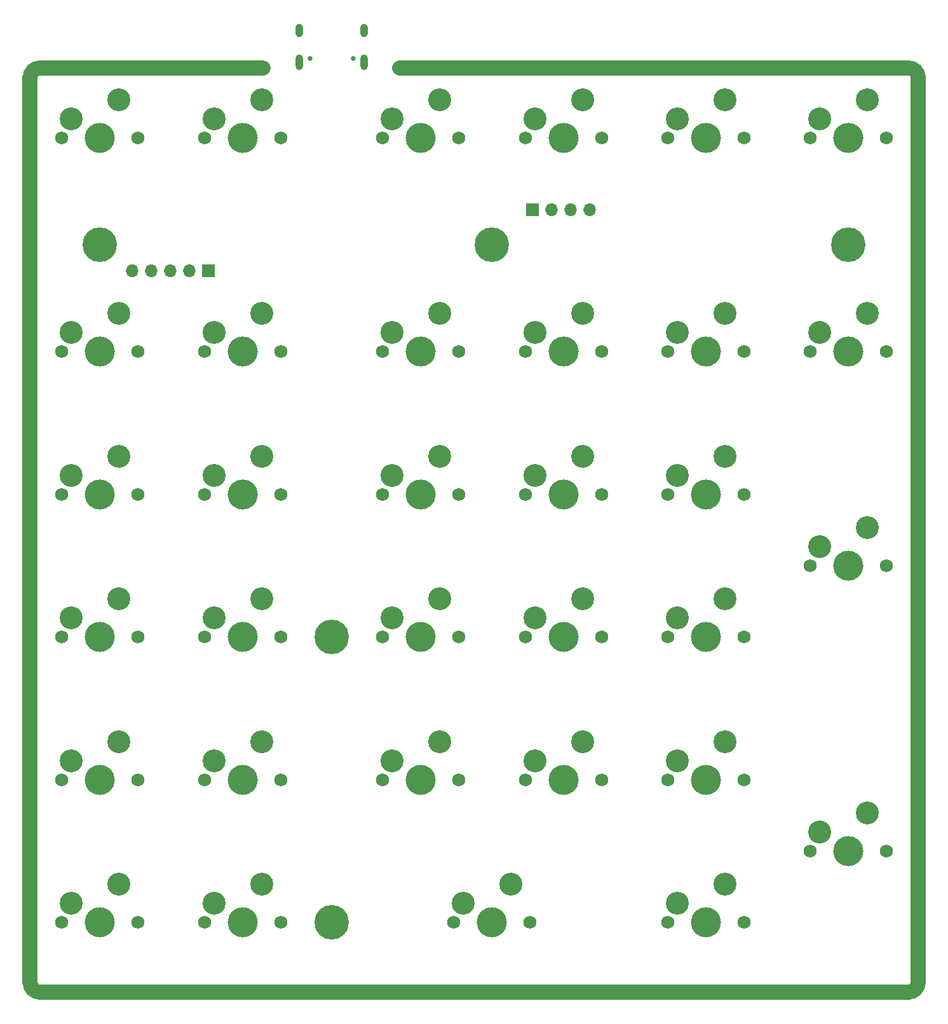
<source format=gbr>
%TF.GenerationSoftware,KiCad,Pcbnew,7.0.5-0*%
%TF.CreationDate,2023-06-18T09:02:34-05:00*%
%TF.ProjectId,Nifty Numpad,4e696674-7920-44e7-956d-7061642e6b69,rev?*%
%TF.SameCoordinates,Original*%
%TF.FileFunction,Soldermask,Top*%
%TF.FilePolarity,Negative*%
%FSLAX46Y46*%
G04 Gerber Fmt 4.6, Leading zero omitted, Abs format (unit mm)*
G04 Created by KiCad (PCBNEW 7.0.5-0) date 2023-06-18 09:02:34*
%MOMM*%
%LPD*%
G01*
G04 APERTURE LIST*
%ADD10C,2.000000*%
%ADD11C,1.750000*%
%ADD12C,3.050000*%
%ADD13C,4.000000*%
%ADD14C,4.600000*%
%ADD15R,1.700000X1.700000*%
%ADD16O,1.700000X1.700000*%
%ADD17C,0.650000*%
%ADD18O,1.000000X1.800000*%
%ADD19O,1.000000X2.100000*%
G04 APERTURE END LIST*
D10*
X152700000Y-196000000D02*
G75*
G03*
X154000000Y-197300000I1300000J0D01*
G01*
X271050000Y-75500000D02*
G75*
G03*
X269750000Y-74200000I-1300000J0D01*
G01*
X154000000Y-197300000D02*
X269750000Y-197300000D01*
X271050000Y-196000000D02*
X271050000Y-75500000D01*
X269750000Y-197300000D02*
G75*
G03*
X271050000Y-196000000I0J1300000D01*
G01*
X154000000Y-74200000D02*
G75*
G03*
X152700000Y-75500000I0J-1300000D01*
G01*
X183780000Y-74200000D02*
X154000000Y-74200000D01*
X152700000Y-75500000D02*
X152700000Y-196000000D01*
X269750000Y-74200000D02*
X201970000Y-74200000D01*
D11*
%TO.C,SW314*%
X175920000Y-131000000D03*
D12*
X177190000Y-128460000D03*
D13*
X181000000Y-131000000D03*
D12*
X183540000Y-125920000D03*
D11*
X186080000Y-131000000D03*
%TD*%
D14*
%TO.C,H105*%
X192875000Y-188000000D03*
%TD*%
D11*
%TO.C,SW313*%
X156920000Y-131000000D03*
D12*
X158190000Y-128460000D03*
D13*
X162000000Y-131000000D03*
D12*
X164540000Y-125920000D03*
D11*
X167080000Y-131000000D03*
%TD*%
%TO.C,SW318*%
X256670000Y-140500000D03*
D12*
X257940000Y-137960000D03*
D13*
X261750000Y-140500000D03*
D12*
X264290000Y-135420000D03*
D11*
X266830000Y-140500000D03*
%TD*%
%TO.C,SW310*%
X218670000Y-112000000D03*
D12*
X219940000Y-109460000D03*
D13*
X223750000Y-112000000D03*
D12*
X226290000Y-106920000D03*
D11*
X228830000Y-112000000D03*
%TD*%
%TO.C,SW308*%
X175920000Y-112000000D03*
D12*
X177190000Y-109460000D03*
D13*
X181000000Y-112000000D03*
D12*
X183540000Y-106920000D03*
D11*
X186080000Y-112000000D03*
%TD*%
%TO.C,SW304*%
X218670000Y-83500000D03*
D12*
X219940000Y-80960000D03*
D13*
X223750000Y-83500000D03*
D12*
X226290000Y-78420000D03*
D11*
X228830000Y-83500000D03*
%TD*%
%TO.C,SW307*%
X156920000Y-112000000D03*
D12*
X158190000Y-109460000D03*
D13*
X162000000Y-112000000D03*
D12*
X164540000Y-106920000D03*
D11*
X167080000Y-112000000D03*
%TD*%
%TO.C,SW305*%
X237670000Y-83500000D03*
D12*
X238940000Y-80960000D03*
D13*
X242750000Y-83500000D03*
D12*
X245290000Y-78420000D03*
D11*
X247830000Y-83500000D03*
%TD*%
%TO.C,SW333*%
X237670000Y-188000000D03*
D12*
X238940000Y-185460000D03*
D13*
X242750000Y-188000000D03*
D12*
X245290000Y-182920000D03*
D11*
X247830000Y-188000000D03*
%TD*%
%TO.C,SW332*%
X209170000Y-188000000D03*
D12*
X210440000Y-185460000D03*
D13*
X214250000Y-188000000D03*
D12*
X216790000Y-182920000D03*
D11*
X219330000Y-188000000D03*
%TD*%
%TO.C,SW330*%
X156920000Y-188000000D03*
D12*
X158190000Y-185460000D03*
D13*
X162000000Y-188000000D03*
D12*
X164540000Y-182920000D03*
D11*
X167080000Y-188000000D03*
%TD*%
%TO.C,SW325*%
X175920000Y-169000000D03*
D12*
X177190000Y-166460000D03*
D13*
X181000000Y-169000000D03*
D12*
X183540000Y-163920000D03*
D11*
X186080000Y-169000000D03*
%TD*%
D15*
%TO.C,J101*%
X176490000Y-101250000D03*
D16*
X173950000Y-101250000D03*
X171410000Y-101250000D03*
X168870000Y-101250000D03*
X166330000Y-101250000D03*
%TD*%
D11*
%TO.C,SW312*%
X256670000Y-112000000D03*
D12*
X257940000Y-109460000D03*
D13*
X261750000Y-112000000D03*
D12*
X264290000Y-106920000D03*
D11*
X266830000Y-112000000D03*
%TD*%
D14*
%TO.C,H102*%
X214250000Y-97750000D03*
%TD*%
D11*
%TO.C,SW320*%
X175920000Y-150000000D03*
D12*
X177190000Y-147460000D03*
D13*
X181000000Y-150000000D03*
D12*
X183540000Y-144920000D03*
D11*
X186080000Y-150000000D03*
%TD*%
%TO.C,SW323*%
X237670000Y-150000000D03*
D12*
X238940000Y-147460000D03*
D13*
X242750000Y-150000000D03*
D12*
X245290000Y-144920000D03*
D11*
X247830000Y-150000000D03*
%TD*%
%TO.C,SW315*%
X199670000Y-131000000D03*
D12*
X200940000Y-128460000D03*
D13*
X204750000Y-131000000D03*
D12*
X207290000Y-125920000D03*
D11*
X209830000Y-131000000D03*
%TD*%
%TO.C,SW303*%
X199670000Y-83500000D03*
D12*
X200940000Y-80960000D03*
D13*
X204750000Y-83500000D03*
D12*
X207290000Y-78420000D03*
D11*
X209830000Y-83500000D03*
%TD*%
D14*
%TO.C,H101*%
X162000000Y-97750000D03*
%TD*%
%TO.C,H103*%
X261750000Y-97750000D03*
%TD*%
D11*
%TO.C,SW324*%
X156920000Y-169000000D03*
D12*
X158190000Y-166460000D03*
D13*
X162000000Y-169000000D03*
D12*
X164540000Y-163920000D03*
D11*
X167080000Y-169000000D03*
%TD*%
D15*
%TO.C,J103*%
X219600000Y-93100000D03*
D16*
X222140000Y-93100000D03*
X224680000Y-93100000D03*
X227220000Y-93100000D03*
%TD*%
D11*
%TO.C,SW302*%
X175920000Y-83500000D03*
D12*
X177190000Y-80960000D03*
D13*
X181000000Y-83500000D03*
D12*
X183540000Y-78420000D03*
D11*
X186080000Y-83500000D03*
%TD*%
%TO.C,SW321*%
X199670000Y-150000000D03*
D12*
X200940000Y-147460000D03*
D13*
X204750000Y-150000000D03*
D12*
X207290000Y-144920000D03*
D11*
X209830000Y-150000000D03*
%TD*%
%TO.C,SW309*%
X199670000Y-112000000D03*
D12*
X200940000Y-109460000D03*
D13*
X204750000Y-112000000D03*
D12*
X207290000Y-106920000D03*
D11*
X209830000Y-112000000D03*
%TD*%
%TO.C,SW322*%
X218670000Y-150000000D03*
D12*
X219940000Y-147460000D03*
D13*
X223750000Y-150000000D03*
D12*
X226290000Y-144920000D03*
D11*
X228830000Y-150000000D03*
%TD*%
D14*
%TO.C,H104*%
X192875000Y-150000000D03*
%TD*%
D11*
%TO.C,SW331*%
X175920000Y-188000000D03*
D12*
X177190000Y-185460000D03*
D13*
X181000000Y-188000000D03*
D12*
X183540000Y-182920000D03*
D11*
X186080000Y-188000000D03*
%TD*%
%TO.C,SW316*%
X218670000Y-131000000D03*
D12*
X219940000Y-128460000D03*
D13*
X223750000Y-131000000D03*
D12*
X226290000Y-125920000D03*
D11*
X228830000Y-131000000D03*
%TD*%
%TO.C,SW328*%
X237670000Y-169000000D03*
D12*
X238940000Y-166460000D03*
D13*
X242750000Y-169000000D03*
D12*
X245290000Y-163920000D03*
D11*
X247830000Y-169000000D03*
%TD*%
%TO.C,SW306*%
X256670000Y-83500000D03*
D12*
X257940000Y-80960000D03*
D13*
X261750000Y-83500000D03*
D12*
X264290000Y-78420000D03*
D11*
X266830000Y-83500000D03*
%TD*%
%TO.C,SW317*%
X237670000Y-131000000D03*
D12*
X238940000Y-128460000D03*
D13*
X242750000Y-131000000D03*
D12*
X245290000Y-125920000D03*
D11*
X247830000Y-131000000D03*
%TD*%
%TO.C,SW319*%
X156920000Y-150000000D03*
D12*
X158190000Y-147460000D03*
D13*
X162000000Y-150000000D03*
D12*
X164540000Y-144920000D03*
D11*
X167080000Y-150000000D03*
%TD*%
%TO.C,SW329*%
X256670000Y-178500000D03*
D12*
X257940000Y-175960000D03*
D13*
X261750000Y-178500000D03*
D12*
X264290000Y-173420000D03*
D11*
X266830000Y-178500000D03*
%TD*%
%TO.C,SW301*%
X156920000Y-83500000D03*
D12*
X158190000Y-80960000D03*
D13*
X162000000Y-83500000D03*
D12*
X164540000Y-78420000D03*
D11*
X167080000Y-83500000D03*
%TD*%
%TO.C,SW311*%
X237670000Y-112000000D03*
D12*
X238940000Y-109460000D03*
D13*
X242750000Y-112000000D03*
D12*
X245290000Y-106920000D03*
D11*
X247830000Y-112000000D03*
%TD*%
%TO.C,SW326*%
X199670000Y-169000000D03*
D12*
X200940000Y-166460000D03*
D13*
X204750000Y-169000000D03*
D12*
X207290000Y-163920000D03*
D11*
X209830000Y-169000000D03*
%TD*%
%TO.C,SW327*%
X218670000Y-169000000D03*
D12*
X219940000Y-166460000D03*
D13*
X223750000Y-169000000D03*
D12*
X226290000Y-163920000D03*
D11*
X228830000Y-169000000D03*
%TD*%
D17*
%TO.C,J102*%
X189985000Y-72930000D03*
X195765000Y-72930000D03*
D18*
X188555000Y-69250000D03*
D19*
X188555000Y-73430000D03*
D18*
X197195000Y-69250000D03*
D19*
X197195000Y-73430000D03*
%TD*%
M02*

</source>
